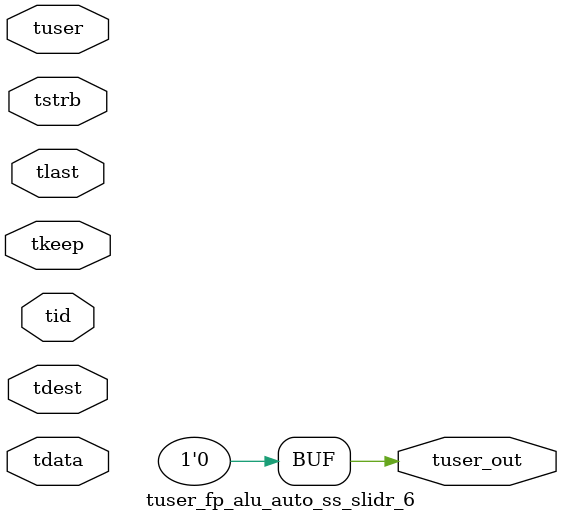
<source format=v>


`timescale 1ps/1ps

module tuser_fp_alu_auto_ss_slidr_6 #
(
parameter C_S_AXIS_TUSER_WIDTH = 1,
parameter C_S_AXIS_TDATA_WIDTH = 32,
parameter C_S_AXIS_TID_WIDTH   = 0,
parameter C_S_AXIS_TDEST_WIDTH = 0,
parameter C_M_AXIS_TUSER_WIDTH = 1
)
(
input  [(C_S_AXIS_TUSER_WIDTH == 0 ? 1 : C_S_AXIS_TUSER_WIDTH)-1:0     ] tuser,
input  [(C_S_AXIS_TDATA_WIDTH == 0 ? 1 : C_S_AXIS_TDATA_WIDTH)-1:0     ] tdata,
input  [(C_S_AXIS_TID_WIDTH   == 0 ? 1 : C_S_AXIS_TID_WIDTH)-1:0       ] tid,
input  [(C_S_AXIS_TDEST_WIDTH == 0 ? 1 : C_S_AXIS_TDEST_WIDTH)-1:0     ] tdest,
input  [(C_S_AXIS_TDATA_WIDTH/8)-1:0 ] tkeep,
input  [(C_S_AXIS_TDATA_WIDTH/8)-1:0 ] tstrb,
input                                                                    tlast,
output [C_M_AXIS_TUSER_WIDTH-1:0] tuser_out
);

assign tuser_out = {1'b0};

endmodule


</source>
